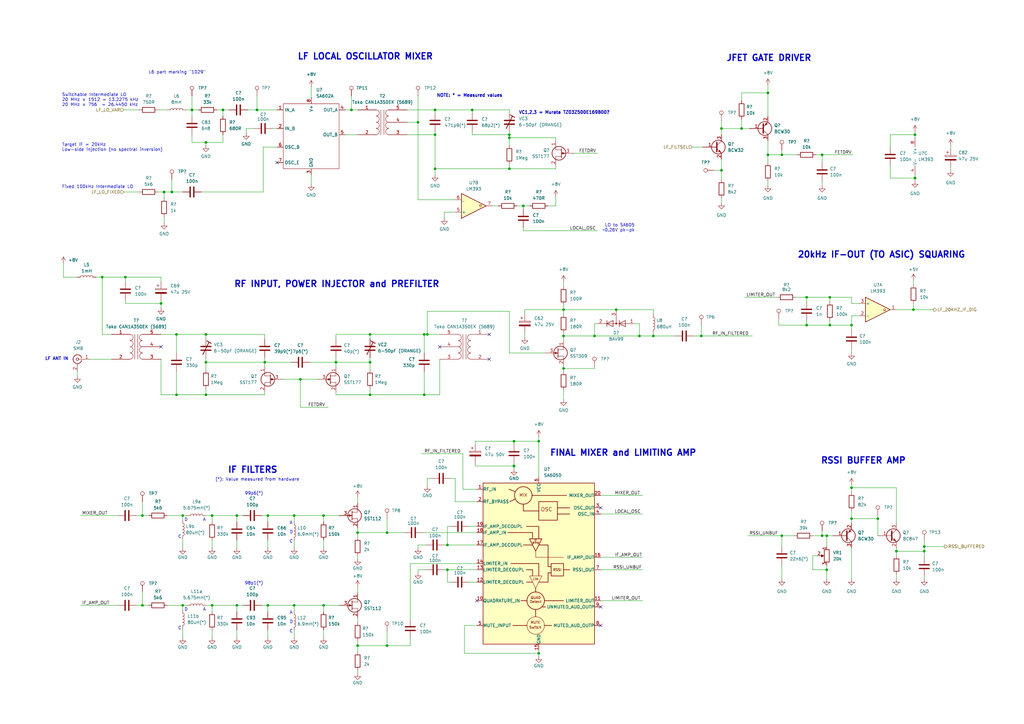
<source format=kicad_sch>
(kicad_sch (version 20211123) (generator eeschema)
  (paper "A3")
  (title_block (title "Datatrak Locator Mk.2 - LF Nav receiver") (date "2022-07-08") (rev "B"))
  (junction (at 375.285 73.025))
  (junction (at 144.145 45.085))
  (junction (at 178.435 69.215))
  (junction (at 78.74 45.085))
  (junction (at 97.155 211.455))
  (junction (at 231.14 151.13))
  (junction (at 208.915 69.215))
  (junction (at 262.255 137.795))
  (junction (at 210.82 180.975))
  (junction (at 231.14 127))
  (junction (at 349.25 212.725))
  (junction (at 109.855 248.285))
  (junction (at 379.095 226.06))
  (junction (at 51.435 113.665))
  (junction (at 58.42 211.455))
  (junction (at 132.715 248.285))
  (junction (at 231.14 137.795))
  (junction (at 66.04 124.46))
  (junction (at 349.25 200.025))
  (junction (at 84.455 148.59))
  (junction (at 67.31 78.74))
  (junction (at 86.995 248.285))
  (junction (at 220.98 180.975))
  (junction (at 330.835 133.35))
  (junction (at 340.36 133.35))
  (junction (at 220.98 267.97))
  (junction (at 151.765 148.59))
  (junction (at 158.75 218.44))
  (junction (at 178.435 55.245))
  (junction (at 41.91 113.665))
  (junction (at 375.285 55.245))
  (junction (at 374.65 127))
  (junction (at 108.585 148.59))
  (junction (at 132.715 211.455))
  (junction (at 58.42 248.285))
  (junction (at 287.655 137.795))
  (junction (at 193.675 45.085))
  (junction (at 340.36 121.92))
  (junction (at 123.19 155.575))
  (junction (at 109.855 211.455))
  (junction (at 84.455 137.16))
  (junction (at 146.685 264.795))
  (junction (at 267.97 137.795))
  (junction (at 151.765 137.16))
  (junction (at 330.835 121.92))
  (junction (at 84.455 58.42))
  (junction (at 337.185 219.71))
  (junction (at 178.435 45.085))
  (junction (at 320.675 219.71))
  (junction (at 367.665 226.06))
  (junction (at 158.75 264.795))
  (junction (at 120.65 211.455))
  (junction (at 295.91 52.705))
  (junction (at 137.795 148.59))
  (junction (at 70.485 78.74))
  (junction (at 339.09 233.68))
  (junction (at 252.73 127))
  (junction (at 72.39 161.925))
  (junction (at 183.515 223.52))
  (junction (at 151.765 161.925))
  (junction (at 91.44 45.085))
  (junction (at 175.26 137.16))
  (junction (at 72.39 137.16))
  (junction (at 120.65 248.285))
  (junction (at 171.45 50.165))
  (junction (at 74.93 248.285))
  (junction (at 214.63 84.455))
  (junction (at 379.095 224.155))
  (junction (at 210.82 191.135))
  (junction (at 360.045 212.725))
  (junction (at 337.185 63.5))
  (junction (at 314.96 38.1))
  (junction (at 183.515 233.68))
  (junction (at 74.93 211.455))
  (junction (at 243.84 137.795))
  (junction (at 173.99 161.925))
  (junction (at 304.165 52.705))
  (junction (at 146.685 218.44))
  (junction (at 208.915 55.245))
  (junction (at 84.455 161.925))
  (junction (at 349.25 133.35))
  (junction (at 339.09 219.71))
  (junction (at 320.675 63.5))
  (junction (at 314.96 63.5))
  (junction (at 295.91 69.85))
  (junction (at 86.995 211.455))
  (junction (at 173.99 137.16))
  (junction (at 105.41 45.085))
  (junction (at 97.155 248.285))
  (junction (at 208.915 56.515))
  (no_connect (at 195.58 246.38))
  (no_connect (at 246.38 248.92))
  (no_connect (at 246.38 208.28))
  (no_connect (at 246.38 256.54))
  (no_connect (at 66.04 142.24))
  (no_connect (at 113.665 66.675))
  (no_connect (at 180.34 142.24))
  (no_connect (at 200.66 137.16))
  (no_connect (at 200.66 147.32))
  (wire (pts (xy 214.63 84.455) (xy 214.63 85.725)))
  (wire (pts (xy 367.665 127) (xy 374.65 127)))
  (wire (pts (xy 146.685 264.795) (xy 146.685 267.335)))
  (wire (pts (xy 97.155 221.615) (xy 97.155 224.79)))
  (wire (pts (xy 146.685 216.535) (xy 146.685 218.44)))
  (wire (pts (xy 151.765 137.16) (xy 137.795 137.16)))
  (wire (pts (xy 26.035 113.665) (xy 31.75 113.665)))
  (wire (pts (xy 180.34 147.32) (xy 180.34 161.925)))
  (wire (pts (xy 74.93 220.98) (xy 74.93 224.79)))
  (wire (pts (xy 287.655 133.35) (xy 287.655 137.795)))
  (wire (pts (xy 132.715 248.285) (xy 139.065 248.285)))
  (wire (pts (xy 208.915 144.78) (xy 208.915 127.635)))
  (wire (pts (xy 243.84 137.795) (xy 262.255 137.795)))
  (wire (pts (xy 349.25 212.725) (xy 349.25 214.63)))
  (wire (pts (xy 84.455 137.16) (xy 108.585 137.16)))
  (wire (pts (xy 167.005 45.085) (xy 178.435 45.085)))
  (wire (pts (xy 183.515 238.76) (xy 183.515 233.68)))
  (wire (pts (xy 174.625 233.68) (xy 171.45 233.68)))
  (wire (pts (xy 295.91 52.705) (xy 304.165 52.705)))
  (wire (pts (xy 58.42 205.74) (xy 58.42 211.455)))
  (wire (pts (xy 295.91 49.53) (xy 295.91 52.705)))
  (wire (pts (xy 186.69 86.995) (xy 182.245 86.995)))
  (wire (pts (xy 146.685 227.965) (xy 146.685 229.235)))
  (wire (pts (xy 367.665 226.06) (xy 367.665 227.965)))
  (wire (pts (xy 208.915 69.215) (xy 208.915 67.31)))
  (wire (pts (xy 389.89 68.58) (xy 389.89 69.85)))
  (wire (pts (xy 36.83 147.32) (xy 45.72 147.32)))
  (wire (pts (xy 84.455 58.42) (xy 84.455 59.69)))
  (wire (pts (xy 105.41 39.37) (xy 105.41 45.085)))
  (wire (pts (xy 320.675 219.71) (xy 325.755 219.71)))
  (wire (pts (xy 306.705 219.71) (xy 320.675 219.71)))
  (wire (pts (xy 231.14 127) (xy 252.73 127)))
  (wire (pts (xy 184.785 196.215) (xy 186.69 196.215)))
  (wire (pts (xy 146.685 240.665) (xy 146.685 243.205)))
  (wire (pts (xy 374.65 127) (xy 382.905 127)))
  (wire (pts (xy 107.95 60.325) (xy 113.665 60.325)))
  (wire (pts (xy 182.245 233.68) (xy 183.515 233.68)))
  (wire (pts (xy 108.585 150.495) (xy 108.585 148.59)))
  (wire (pts (xy 245.11 132.715) (xy 243.84 132.715)))
  (wire (pts (xy 379.095 224.155) (xy 379.095 226.06)))
  (wire (pts (xy 349.25 198.755) (xy 349.25 200.025)))
  (wire (pts (xy 243.84 151.13) (xy 243.84 150.495)))
  (wire (pts (xy 146.685 218.44) (xy 158.75 218.44)))
  (wire (pts (xy 109.855 258.445) (xy 109.855 261.62)))
  (wire (pts (xy 109.855 211.455) (xy 109.855 213.995)))
  (wire (pts (xy 171.45 233.68) (xy 171.45 234.95)))
  (wire (pts (xy 319.405 133.35) (xy 330.835 133.35)))
  (wire (pts (xy 120.65 258.445) (xy 120.65 261.62)))
  (wire (pts (xy 304.165 48.895) (xy 304.165 52.705)))
  (wire (pts (xy 111.76 52.705) (xy 113.665 52.705)))
  (wire (pts (xy 246.38 210.82) (xy 263.525 210.82)))
  (wire (pts (xy 195.58 231.14) (xy 168.275 231.14)))
  (wire (pts (xy 146.685 218.44) (xy 146.685 220.345)))
  (wire (pts (xy 379.095 228.6) (xy 379.095 226.06)))
  (wire (pts (xy 184.785 238.76) (xy 183.515 238.76)))
  (wire (pts (xy 70.485 78.74) (xy 74.93 78.74)))
  (wire (pts (xy 137.795 148.59) (xy 151.765 148.59)))
  (wire (pts (xy 82.55 78.74) (xy 107.95 78.74)))
  (wire (pts (xy 26.035 113.665) (xy 26.035 107.95)))
  (wire (pts (xy 146.685 203.835) (xy 146.685 206.375)))
  (wire (pts (xy 108.585 148.59) (xy 119.38 148.59)))
  (wire (pts (xy 74.93 211.455) (xy 76.835 211.455)))
  (wire (pts (xy 68.58 248.285) (xy 74.93 248.285)))
  (wire (pts (xy 246.38 203.2) (xy 263.525 203.2)))
  (wire (pts (xy 66.04 113.665) (xy 51.435 113.665)))
  (wire (pts (xy 183.515 215.9) (xy 183.515 223.52)))
  (wire (pts (xy 151.765 161.925) (xy 173.99 161.925)))
  (wire (pts (xy 252.73 127) (xy 252.73 127.635)))
  (wire (pts (xy 180.34 161.925) (xy 173.99 161.925)))
  (wire (pts (xy 84.455 161.925) (xy 84.455 159.385)))
  (wire (pts (xy 189.865 200.66) (xy 195.58 200.66)))
  (wire (pts (xy 305.435 121.92) (xy 318.77 121.92)))
  (wire (pts (xy 84.455 211.455) (xy 86.995 211.455)))
  (wire (pts (xy 379.095 236.22) (xy 379.095 237.49)))
  (wire (pts (xy 174.625 223.52) (xy 171.45 223.52)))
  (wire (pts (xy 190.5 256.54) (xy 195.58 256.54)))
  (wire (pts (xy 67.31 78.74) (xy 70.485 78.74)))
  (wire (pts (xy 375.285 71.755) (xy 375.285 73.025)))
  (wire (pts (xy 51.435 115.57) (xy 51.435 113.665)))
  (wire (pts (xy 210.82 182.245) (xy 210.82 180.975)))
  (wire (pts (xy 339.09 219.71) (xy 339.09 224.155)))
  (wire (pts (xy 171.45 81.915) (xy 186.69 81.915)))
  (wire (pts (xy 374.65 114.935) (xy 374.65 116.84)))
  (wire (pts (xy 51.435 124.46) (xy 51.435 123.19)))
  (wire (pts (xy 208.915 69.215) (xy 227.965 69.215)))
  (wire (pts (xy 120.65 248.285) (xy 132.715 248.285)))
  (wire (pts (xy 86.995 248.285) (xy 97.155 248.285)))
  (wire (pts (xy 78.74 58.42) (xy 84.455 58.42)))
  (wire (pts (xy 231.14 160.02) (xy 231.14 163.83)))
  (wire (pts (xy 120.65 221.615) (xy 120.65 224.79)))
  (wire (pts (xy 186.69 196.215) (xy 186.69 205.74)))
  (wire (pts (xy 107.315 211.455) (xy 109.855 211.455)))
  (wire (pts (xy 194.945 189.865) (xy 194.945 191.135)))
  (wire (pts (xy 132.715 258.445) (xy 132.715 261.62)))
  (wire (pts (xy 41.91 113.665) (xy 39.37 113.665)))
  (wire (pts (xy 158.75 212.725) (xy 158.75 218.44)))
  (wire (pts (xy 349.25 124.46) (xy 352.425 124.46)))
  (wire (pts (xy 320.675 63.5) (xy 314.96 63.5)))
  (wire (pts (xy 120.65 211.455) (xy 132.715 211.455)))
  (wire (pts (xy 304.165 38.1) (xy 314.96 38.1)))
  (wire (pts (xy 31.75 152.4) (xy 31.75 154.305)))
  (wire (pts (xy 86.995 248.285) (xy 86.995 250.825)))
  (wire (pts (xy 379.095 224.155) (xy 387.35 224.155)))
  (wire (pts (xy 231.14 127) (xy 231.14 128.905)))
  (wire (pts (xy 84.455 148.59) (xy 84.455 151.765)))
  (wire (pts (xy 91.44 45.085) (xy 93.98 45.085)))
  (wire (pts (xy 334.645 63.5) (xy 337.185 63.5)))
  (wire (pts (xy 295.91 69.85) (xy 295.91 73.66)))
  (wire (pts (xy 67.31 78.74) (xy 67.31 81.28)))
  (wire (pts (xy 50.8 45.085) (xy 57.15 45.085)))
  (wire (pts (xy 227.965 57.785) (xy 227.965 56.515)))
  (wire (pts (xy 173.99 152.4) (xy 173.99 161.925)))
  (wire (pts (xy 349.25 133.35) (xy 349.25 135.255)))
  (wire (pts (xy 267.97 136.525) (xy 267.97 137.795)))
  (wire (pts (xy 168.275 231.14) (xy 168.275 254)))
  (wire (pts (xy 227.965 56.515) (xy 208.915 56.515)))
  (wire (pts (xy 314.96 63.5) (xy 314.96 66.675)))
  (wire (pts (xy 33.02 248.285) (xy 48.26 248.285)))
  (wire (pts (xy 220.98 180.975) (xy 220.98 179.07)))
  (wire (pts (xy 74.93 257.81) (xy 74.93 261.62)))
  (wire (pts (xy 108.585 160.655) (xy 108.585 161.925)))
  (wire (pts (xy 177.165 196.215) (xy 175.26 196.215)))
  (wire (pts (xy 116.205 155.575) (xy 123.19 155.575)))
  (wire (pts (xy 58.42 211.455) (xy 60.96 211.455)))
  (wire (pts (xy 78.74 45.085) (xy 78.74 47.625)))
  (wire (pts (xy 223.52 144.78) (xy 208.915 144.78)))
  (wire (pts (xy 349.25 224.79) (xy 349.25 237.49)))
  (wire (pts (xy 74.93 248.285) (xy 76.835 248.285)))
  (wire (pts (xy 326.39 121.92) (xy 330.835 121.92)))
  (wire (pts (xy 151.765 146.685) (xy 151.765 148.59)))
  (wire (pts (xy 86.995 221.615) (xy 86.995 224.79)))
  (wire (pts (xy 76.2 45.085) (xy 78.74 45.085)))
  (wire (pts (xy 330.835 133.35) (xy 340.36 133.35)))
  (wire (pts (xy 97.155 211.455) (xy 97.155 213.995)))
  (wire (pts (xy 173.355 218.44) (xy 195.58 218.44)))
  (wire (pts (xy 295.91 65.405) (xy 295.91 69.85)))
  (wire (pts (xy 72.39 137.16) (xy 84.455 137.16)))
  (wire (pts (xy 295.91 81.28) (xy 295.91 83.185)))
  (wire (pts (xy 74.93 211.455) (xy 74.93 213.36)))
  (wire (pts (xy 365.125 73.025) (xy 375.285 73.025)))
  (wire (pts (xy 66.04 147.32) (xy 66.04 161.925)))
  (wire (pts (xy 367.665 224.79) (xy 367.665 226.06)))
  (wire (pts (xy 374.65 127) (xy 374.65 124.46)))
  (wire (pts (xy 182.245 86.995) (xy 182.245 89.535)))
  (wire (pts (xy 55.88 248.285) (xy 58.42 248.285)))
  (wire (pts (xy 246.38 228.6) (xy 263.525 228.6)))
  (wire (pts (xy 375.285 55.245) (xy 375.285 56.515)))
  (wire (pts (xy 360.045 212.725) (xy 360.045 219.71)))
  (wire (pts (xy 365.125 60.325) (xy 365.125 55.245)))
  (wire (pts (xy 194.945 191.135) (xy 210.82 191.135)))
  (wire (pts (xy 337.185 74.295) (xy 337.185 76.2)))
  (wire (pts (xy 107.315 248.285) (xy 109.855 248.285)))
  (wire (pts (xy 123.19 167.005) (xy 134.62 167.005)))
  (wire (pts (xy 64.77 45.085) (xy 68.58 45.085)))
  (wire (pts (xy 178.435 45.085) (xy 178.435 46.355)))
  (wire (pts (xy 246.38 246.38) (xy 263.525 246.38)))
  (wire (pts (xy 183.515 233.68) (xy 195.58 233.68)))
  (wire (pts (xy 320.675 231.775) (xy 320.675 237.49)))
  (wire (pts (xy 137.795 160.655) (xy 137.795 161.925)))
  (wire (pts (xy 231.14 125.095) (xy 231.14 127)))
  (wire (pts (xy 100.965 52.705) (xy 104.14 52.705)))
  (wire (pts (xy 168.275 261.62) (xy 168.275 264.795)))
  (wire (pts (xy 146.685 264.795) (xy 158.75 264.795)))
  (wire (pts (xy 304.165 41.275) (xy 304.165 38.1)))
  (wire (pts (xy 267.97 137.795) (xy 276.86 137.795)))
  (wire (pts (xy 349.25 121.92) (xy 349.25 124.46)))
  (wire (pts (xy 210.82 189.865) (xy 210.82 191.135)))
  (wire (pts (xy 227.965 67.945) (xy 227.965 69.215)))
  (wire (pts (xy 137.795 137.16) (xy 137.795 139.065)))
  (wire (pts (xy 231.14 151.13) (xy 231.14 152.4)))
  (wire (pts (xy 375.285 53.975) (xy 375.285 55.245)))
  (wire (pts (xy 339.09 233.68) (xy 333.375 233.68)))
  (wire (pts (xy 212.09 84.455) (xy 214.63 84.455)))
  (wire (pts (xy 367.665 200.025) (xy 349.25 200.025)))
  (wire (pts (xy 349.25 212.725) (xy 360.045 212.725)))
  (wire (pts (xy 214.63 93.345) (xy 214.63 94.615)))
  (wire (pts (xy 337.185 63.5) (xy 349.885 63.5)))
  (wire (pts (xy 109.855 248.285) (xy 109.855 250.825)))
  (wire (pts (xy 183.515 223.52) (xy 195.58 223.52)))
  (wire (pts (xy 224.79 84.455) (xy 227.965 84.455)))
  (wire (pts (xy 120.65 248.285) (xy 120.65 250.825)))
  (wire (pts (xy 41.91 137.16) (xy 41.91 113.665)))
  (wire (pts (xy 340.36 131.445) (xy 340.36 133.35)))
  (wire (pts (xy 349.25 200.025) (xy 349.25 201.93)))
  (wire (pts (xy 330.835 121.92) (xy 330.835 123.825)))
  (wire (pts (xy 108.585 146.685) (xy 108.585 148.59)))
  (wire (pts (xy 144.145 39.37) (xy 144.145 45.085)))
  (wire (pts (xy 367.665 226.06) (xy 379.095 226.06)))
  (wire (pts (xy 339.09 233.68) (xy 339.09 237.49)))
  (wire (pts (xy 193.675 55.245) (xy 193.675 53.975)))
  (wire (pts (xy 178.435 45.085) (xy 193.675 45.085)))
  (wire (pts (xy 120.65 211.455) (xy 120.65 213.995)))
  (wire (pts (xy 144.145 45.085) (xy 146.685 45.085)))
  (wire (pts (xy 192.405 215.9) (xy 195.58 215.9)))
  (wire (pts (xy 141.605 45.085) (xy 144.145 45.085)))
  (wire (pts (xy 208.915 55.245) (xy 193.675 55.245)))
  (wire (pts (xy 33.02 211.455) (xy 48.26 211.455)))
  (wire (pts (xy 86.995 258.445) (xy 86.995 261.62)))
  (wire (pts (xy 340.36 121.92) (xy 349.25 121.92)))
  (wire (pts (xy 141.605 55.245) (xy 146.685 55.245)))
  (wire (pts (xy 295.91 52.705) (xy 295.91 55.245)))
  (wire (pts (xy 194.945 180.975) (xy 194.945 182.245)))
  (wire (pts (xy 151.765 137.16) (xy 173.99 137.16)))
  (wire (pts (xy 260.35 132.715) (xy 262.255 132.715)))
  (wire (pts (xy 84.455 161.925) (xy 108.585 161.925)))
  (wire (pts (xy 190.5 267.97) (xy 190.5 256.54)))
  (wire (pts (xy 231.14 137.795) (xy 243.84 137.795)))
  (wire (pts (xy 86.995 211.455) (xy 97.155 211.455)))
  (wire (pts (xy 231.14 137.795) (xy 231.14 139.7)))
  (wire (pts (xy 66.04 123.19) (xy 66.04 124.46)))
  (wire (pts (xy 101.6 45.085) (xy 105.41 45.085)))
  (wire (pts (xy 127.635 35.56) (xy 127.635 40.005)))
  (wire (pts (xy 132.715 211.455) (xy 139.065 211.455)))
  (wire (pts (xy 171.45 223.52) (xy 171.45 224.79)))
  (wire (pts (xy 78.74 45.085) (xy 81.28 45.085)))
  (wire (pts (xy 193.675 45.085) (xy 208.915 45.085)))
  (wire (pts (xy 84.455 248.285) (xy 86.995 248.285)))
  (wire (pts (xy 146.685 274.955) (xy 146.685 276.225)))
  (wire (pts (xy 339.09 219.71) (xy 341.63 219.71)))
  (wire (pts (xy 74.93 248.285) (xy 74.93 250.19)))
  (wire (pts (xy 375.285 73.025) (xy 375.285 74.295)))
  (wire (pts (xy 167.005 50.165) (xy 171.45 50.165)))
  (wire (pts (xy 231.14 115.57) (xy 231.14 117.475)))
  (wire (pts (xy 66.04 124.46) (xy 51.435 124.46)))
  (wire (pts (xy 84.455 146.685) (xy 84.455 148.59)))
  (wire (pts (xy 78.74 55.245) (xy 78.74 58.42)))
  (wire (pts (xy 367.665 235.585) (xy 367.665 237.49)))
  (wire (pts (xy 220.98 267.97) (xy 190.5 267.97)))
  (wire (pts (xy 58.42 248.285) (xy 60.96 248.285)))
  (wire (pts (xy 330.835 121.92) (xy 340.36 121.92)))
  (wire (pts (xy 78.74 39.37) (xy 78.74 45.085)))
  (wire (pts (xy 201.93 84.455) (xy 204.47 84.455)))
  (wire (pts (xy 208.915 45.085) (xy 208.915 46.355)))
  (wire (pts (xy 337.185 219.71) (xy 339.09 219.71)))
  (wire (pts (xy 246.38 233.68) (xy 263.525 233.68)))
  (wire (pts (xy 243.84 132.715) (xy 243.84 137.795)))
  (wire (pts (xy 184.785 215.9) (xy 183.515 215.9)))
  (wire (pts (xy 330.835 131.445) (xy 330.835 133.35)))
  (wire (pts (xy 151.765 137.16) (xy 151.765 139.065)))
  (wire (pts (xy 137.795 161.925) (xy 151.765 161.925)))
  (wire (pts (xy 320.675 219.71) (xy 320.675 224.155)))
  (wire (pts (xy 267.97 128.905) (xy 267.97 127)))
  (wire (pts (xy 340.36 133.35) (xy 349.25 133.35)))
  (wire (pts (xy 50.8 78.74) (xy 57.15 78.74)))
  (wire (pts (xy 67.31 88.9) (xy 67.31 91.44)))
  (wire (pts (xy 320.675 63.5) (xy 327.025 63.5)))
  (wire (pts (xy 210.82 191.135) (xy 210.82 192.405)))
  (wire (pts (xy 91.44 45.085) (xy 91.44 47.625)))
  (wire (pts (xy 349.25 142.875) (xy 349.25 144.78)))
  (wire (pts (xy 97.155 258.445) (xy 97.155 261.62)))
  (wire (pts (xy 88.9 45.085) (xy 91.44 45.085)))
  (wire (pts (xy 178.435 69.215) (xy 208.915 69.215)))
  (wire (pts (xy 66.04 137.16) (xy 72.39 137.16)))
  (wire (pts (xy 107.95 78.74) (xy 107.95 60.325)))
  (wire (pts (xy 137.795 148.59) (xy 137.795 146.685)))
  (wire (pts (xy 109.855 248.285) (xy 120.65 248.285)))
  (wire (pts (xy 208.915 127.635) (xy 175.26 127.635)))
  (wire (pts (xy 132.715 248.285) (xy 132.715 250.825)))
  (wire (pts (xy 97.155 211.455) (xy 99.695 211.455)))
  (wire (pts (xy 389.89 59.69) (xy 389.89 60.96)))
  (wire (pts (xy 175.26 127.635) (xy 175.26 137.16)))
  (wire (pts (xy 284.48 137.795) (xy 287.655 137.795)))
  (wire (pts (xy 137.795 148.59) (xy 137.795 150.495)))
  (wire (pts (xy 171.45 50.165) (xy 171.45 81.915)))
  (wire (pts (xy 333.375 233.68) (xy 333.375 227.965)))
  (wire (pts (xy 127.635 71.755) (xy 127.635 75.565)))
  (wire (pts (xy 132.715 221.615) (xy 132.715 224.79)))
  (wire (pts (xy 339.09 231.775) (xy 339.09 233.68)))
  (wire (pts (xy 210.82 180.975) (xy 220.98 180.975)))
  (wire (pts (xy 304.165 52.705) (xy 307.34 52.705)))
  (wire (pts (xy 215.265 136.525) (xy 215.265 138.43)))
  (wire (pts (xy 337.185 217.805) (xy 337.185 219.71)))
  (wire (pts (xy 127 148.59) (xy 137.795 148.59)))
  (wire (pts (xy 314.96 57.785) (xy 314.96 63.5)))
  (wire (pts (xy 231.14 151.13) (xy 243.84 151.13)))
  (wire (pts (xy 86.995 211.455) (xy 86.995 213.995)))
  (wire (pts (xy 158.75 259.08) (xy 158.75 264.795)))
  (wire (pts (xy 68.58 211.455) (xy 74.93 211.455)))
  (wire (pts (xy 132.715 211.455) (xy 132.715 213.995)))
  (wire (pts (xy 84.455 148.59) (xy 108.585 148.59)))
  (wire (pts (xy 320.675 61.595) (xy 320.675 63.5)))
  (wire (pts (xy 100.965 52.705) (xy 100.965 54.61)))
  (wire (pts (xy 349.25 129.54) (xy 349.25 133.35)))
  (wire (pts (xy 182.245 223.52) (xy 183.515 223.52)))
  (wire (pts (xy 178.435 69.215) (xy 178.435 71.755)))
  (wire (pts (xy 235.585 62.865) (xy 245.11 62.865)))
  (wire (pts (xy 175.26 137.16) (xy 173.99 137.16)))
  (wire (pts (xy 292.735 69.85) (xy 295.91 69.85)))
  (wire (pts (xy 72.39 137.16) (xy 72.39 144.78)))
  (wire (pts (xy 84.455 58.42) (xy 91.44 58.42)))
  (wire (pts (xy 319.405 130.81) (xy 319.405 133.35)))
  (wire (pts (xy 172.72 186.055) (xy 189.865 186.055)))
  (wire (pts (xy 105.41 45.085) (xy 113.665 45.085)))
  (wire (pts (xy 194.945 180.975) (xy 210.82 180.975)))
  (wire (pts (xy 262.255 132.715) (xy 262.255 137.795)))
  (wire (pts (xy 208.915 53.975) (xy 208.915 55.245)))
  (wire (pts (xy 178.435 55.245) (xy 178.435 69.215)))
  (wire (pts (xy 108.585 137.16) (xy 108.585 139.065)))
  (wire (pts (xy 97.155 248.285) (xy 97.155 250.825)))
  (wire (pts (xy 72.39 161.925) (xy 84.455 161.925)))
  (wire (pts (xy 72.39 152.4) (xy 72.39 161.925)))
  (wire (pts (xy 41.91 137.16) (xy 45.72 137.16)))
  (wire (pts (xy 215.265 127) (xy 231.14 127)))
  (wire (pts (xy 91.44 55.245) (xy 91.44 58.42)))
  (wire (pts (xy 227.965 84.455) (xy 227.965 80.645)))
  (wire (pts (xy 231.14 136.525) (xy 231.14 137.795)))
  (wire (pts (xy 283.845 60.325) (xy 288.29 60.325)))
  (wire (pts (xy 231.14 149.86) (xy 231.14 151.13)))
  (wire (pts (xy 220.98 267.97) (xy 220.98 269.24)))
  (wire (pts (xy 365.125 67.945) (xy 365.125 73.025)))
  (wire (pts (xy 158.75 264.795) (xy 168.275 264.795)))
  (wire (pts (xy 66.04 161.925) (xy 72.39 161.925)))
  (wire (pts (xy 367.665 214.63) (xy 367.665 200.025)))
  (wire (pts (xy 123.19 155.575) (xy 123.19 167.005)))
  (wire (pts (xy 333.375 219.71) (xy 337.185 219.71)))
  (wire (pts (xy 193.675 46.355) (xy 193.675 45.085)))
  (wire (pts (xy 214.63 94.615) (xy 245.11 94.615)))
  (wire (pts (xy 55.88 211.455) (xy 58.42 211.455)))
  (wire (pts (xy 64.77 78.74) (xy 67.31 78.74)))
  (wire (pts (xy 360.045 211.455) (xy 360.045 212.725)))
  (wire (pts (xy 97.155 248.285) (xy 99.695 248.285)))
  (wire (pts (xy 220.98 266.7) (xy 220.98 267.97)))
  (wire (pts (xy 314.96 34.925) (xy 314.96 38.1)))
  (wire (pts (xy 314.96 38.1) (xy 314.96 47.625)))
  (wire (pts (xy 175.26 196.215) (xy 175.26 199.39)))
  (wire (pts (xy 123.19 155.575) (xy 130.175 155.575)))
  (wire (pts (xy 175.26 137.16) (xy 180.34 137.16)))
  (wire (pts (xy 340.36 123.825) (xy 340.36 121.92)))
  (wire (pts (xy 151.765 161.925) (xy 151.765 159.385)))
  (wire (pts (xy 314.96 74.295) (xy 314.96 76.2)))
  (wire (pts (xy 208.915 55.245) (xy 208.915 56.515)))
  (wire (pts (xy 158.75 218.44) (xy 165.735 218.44)))
  (wire (pts (xy 349.25 209.55) (xy 349.25 212.725)))
  (wire (pts (xy 178.435 53.975) (xy 178.435 55.245)))
  (wire (pts (xy 267.97 127) (xy 252.73 127)))
  (wire (pts (xy 208.915 56.515) (xy 208.915 59.69)))
  (wire (pts (xy 171.45 39.37) (xy 171.45 50.165)))
  (wire (pts (xy 186.69 205.74) (xy 195.58 205.74)))
  (wire (pts (xy 146.685 253.365) (xy 146.685 255.27)))
  (wire (pts (xy 287.655 137.795) (xy 308.61 137.795)))
  (wire (pts (xy 51.435 113.665) (xy 41.91 113.665)))
  (wire (pts (xy 262.255 137.795) (xy 267.97 137.795)))
  (wire (pts (xy 214.63 84.455) (xy 217.17 84.455)))
  (wire (pts (xy 109.855 211.455) (xy 120.65 211.455)))
  (wire (pts (xy 352.425 129.54) (xy 349.25 129.54)))
  (wire (pts (xy 58.42 242.57) (xy 58.42 248.285)))
  (wire (pts (xy 379.095 221.615) (xy 379.095 224.155)))
  (wire (pts (xy 337.185 63.5) (xy 337.185 66.675)))
  (wire (pts (xy 151.765 148.59) (xy 151.765 151.765)))
  (wire (pts (xy 220.98 180.975) (xy 220.98 195.58)))
  (wire (pts (xy 189.865 186.055) (xy 189.865 200.66)))
  (wire (pts (xy 146.685 262.89) (xy 146.685 264.795)))
  (wire (pts (xy 66.04 115.57) (xy 66.04 113.665)))
  (wire (pts (xy 192.405 238.76) (xy 195.58 238.76)))
  (wire (pts (xy 178.435 55.245) (xy 167.005 55.245)))
  (wire (pts (xy 84.455 137.16) (xy 84.455 139.065)))
  (wire (pts (xy 109.855 221.615) (xy 109.855 224.79)))
  (wire (pts (xy 66.04 124.46) (xy 66.04 126.365)))
  (wire (pts (xy 333.375 227.965) (xy 335.28 227.965)))
  (wire (pts (xy 70.485 73.66) (xy 70.485 78.74)))
  (wire (pts (xy 215.265 127) (xy 215.265 128.905)))
  (wire (pts (xy 365.125 55.245) (xy 375.285 55.245)))
  (wire (pts (xy 173.99 137.16) (xy 173.99 144.78)))
  (text "RSSI BUFFER AMP" (at 336.55 190.5 0) (effects (font (size 2.54 2.54) bold) (justify left bottom)))
  (text "D" (at 118.745 255.905 0) (effects (font (size 1.27 1.27)) (justify left bottom)))
  (text "VC1,2,3 = Murata TZ03Z500E169B00?" (at 212.725 46.99 0) (effects (font (size 1.27 1.27) bold) (justify left bottom)))
  (text "NOTE: * = Measured values" (at 179.07 40.005 0) (effects (font (size 1.27 1.27) bold) (justify left bottom)))
  (text "20kHz IF-OUT (TO ASIC) SQUARING" (at 327.025 106.045 0) (effects (font (size 2.54 2.54) bold) (justify left bottom)))
  (text "LF ANT IN" (at 18.415 147.955 0) (effects (font (size 1.27 1.27) (thickness 0.254) bold) (justify left bottom)))
  (text "A" (at 83.185 250.825 0) (effects (font (size 1.27 1.27)) (justify left bottom)))
  (text "A" (at 118.745 215.265 0) (effects (font (size 1.27 1.27)) (justify left bottom)))
  (text "Target IF = 20kHz\nLow-side injection (no spectral inversion)" (at 25.4 62.23 0) (effects (font (size 1.27 1.27)) (justify left bottom)))
  (text "IF FILTERS" (at 93.345 194.31 0) (effects (font (size 2.54 2.54) bold) (justify left bottom)))
  (text "C" (at 118.745 222.885 0) (effects (font (size 1.27 1.27)) (justify left bottom)))
  (text "D" (at 75.565 213.995 0) (effects (font (size 1.27 1.27)) (justify left bottom)))
  (text "RF INPUT, POWER INJECTOR and PREFILTER" (at 95.885 118.11 0) (effects (font (size 2.54 2.54) bold) (justify left bottom)))
  (text "(*): Value measured from hardware" (at 88.265 197.485 0) (effects (font (size 1.27 1.27)) (justify left bottom)))
  (text "A" (at 83.185 213.995 0) (effects (font (size 1.27 1.27)) (justify left bottom)))
  (text "98p1(*)" (at 100.33 240.03 0) (effects (font (size 1.27 1.27)) (justify left bottom)))
  (text "99p6(*)" (at 100.33 203.2 0) (effects (font (size 1.27 1.27)) (justify left bottom)))
  (text "C" (at 73.025 220.98 0) (effects (font (size 1.27 1.27)) (justify left bottom)))
  (text "L6 part marking \"1029\"" (at 60.96 30.48 0) (effects (font (size 1.27 1.27)) (justify left bottom)))
  (text "JFET GATE DRIVER" (at 297.815 25.4 0) (effects (font (size 2.54 2.54) bold) (justify left bottom)))
  (text "LF LOCAL OSCILLATOR MIXER" (at 121.92 24.765 0) (effects (font (size 2.54 2.54) bold) (justify left bottom)))
  (text "C" (at 118.745 259.715 0) (effects (font (size 1.27 1.27)) (justify left bottom)))
  (text "C" (at 73.025 258.445 0) (effects (font (size 1.27 1.27)) (justify left bottom)))
  (text "D" (at 118.745 219.075 0) (effects (font (size 1.27 1.27)) (justify left bottom)))
  (text "FINAL MIXER and LIMITING AMP" (at 225.425 187.325 0) (effects (font (size 2.54 2.54) bold) (justify left bottom)))
  (text "A" (at 118.745 252.095 0) (effects (font (size 1.27 1.27)) (justify left bottom)))
  (text "Switchable Intermediate LO\n20 MHz ÷ 1512 = 13.2275 kHz\n20 MHz ÷ 756  = 26.4450 kHz" (at 25.4 43.815 0) (effects (font (size 1.27 1.27)) (justify left bottom)))
  (text "D" (at 75.565 250.825 0) (effects (font (size 1.27 1.27)) (justify left bottom)))
  (text "Fixed 100kHz Intermediate LO" (at 25.4 77.47 0) (effects (font (size 1.27 1.27)) (justify left bottom)))
  (text "LO to SA605\n~0.26V pk-pk" (at 260.35 95.25 180) (effects (font (size 1.27 1.27)) (justify right bottom)))
  (label "LOCAL_OSC" (at 233.68 94.615 0))
  (label "RSSI_UNBUF" (at 307.34 219.71 0))
  (label "MIXER_OUT" (at 33.655 211.455 0))
  (label "RF_IN_FILTERED" (at 292.1 137.795 0))
  (label "FETDRV" (at 237.49 62.865 0))
  (label "RF_IN_FILTERED" (at 173.99 186.055 0))
  (label "LIMITER_OUT" (at 306.07 121.92 0))
  (label "RSSI_UNBUF" (at 251.46 233.68 0))
  (label "FETDRV" (at 342.265 63.5 0))
  (label "IF_AMP_OUT" (at 252.095 228.6 0))
  (label "IF_AMP_OUT" (at 33.655 248.285 0))
  (label "LOCAL_OSC" (at 252.095 210.82 0))
  (label "FETDRV" (at 126.365 167.005 0))
  (label "MIXER_OUT" (at 252.095 203.2 0))
  (label "LIMITER_OUT" (at 250.825 246.38 0))
  (hierarchical_label "LF_FILTSEL" (shape input) (at 283.845 60.325 180))
  (hierarchical_label "LF_20KHZ_IF_DIG" (shape output) (at 382.905 127 0))
  (hierarchical_label "LF_LO_VAR" (shape input) (at 50.8 45.085 180))
  (hierarchical_label "RSSI_BUFFERED" (shape output) (at 387.35 224.155 0))
  (hierarchical_label "LF_LO_FIXED" (shape input) (at 50.8 78.74 180))
  (symbol (lib_id "Comparator:LM393") (at 360.045 127 0) (unit 1)
    (property "Reference" "U?" (at 360.045 116.84 0))
    (property "Value" "LM393" (at 360.045 119.38 0))
    (property "Datasheet" "http://www.ti.com/lit/ds/symlink/lm393.pdf" (effects hide))
  )
  (symbol (lib_id "power:GND") (at 349.25 237.49 0) (unit 1)
    (property "Reference" "#PWR?" (effects hide))
    (property "Value" "GND" (at 349.25 242.57 0))
  )
  (symbol (lib_id "power:+8V") (at 389.89 59.69 0) (unit 1)
    (property "Reference" "#PWR?" (effects hide))
    (property "Value" "+8V" (at 389.89 54.61 0))
  )
  (symbol (lib_id "Device:R") (at 91.44 51.435 0) (unit 1)
    (property "Reference" "R?" (at 93.98 50.1649 0) (effects (justify left)))
    (property "Value" "680R" (at 93.98 52.7049 0) (effects (justify left)))
  )
  (symbol (lib_id "Device:R") (at 67.31 85.09 0) (unit 1)
    (property "Reference" "R?" (at 69.85 83.8199 0) (effects (justify left)))
    (property "Value" "1k" (at 69.85 86.3599 0) (effects (justify left)))
  )
  (symbol (lib_id "Connector:TestPoint") (at 105.41 39.37 0) (unit 1)
    (property "Reference" "TP?" (at 107.315 36.0679 0) (effects (justify left)))
    (property "Value" "TestPoint" (effects hide))
  )
  (symbol (lib_id "Device:L") (at 74.93 254 0) (unit 1)
    (property "Reference" "L11b" (at 76.835 252.7299 0) (effects (justify left)))
    (property "Value" "80uH(*)" (at 76.835 255.2699 0) (effects (justify left)))
  )
  (symbol (lib_id "power:GND") (at 295.91 83.185 0) (unit 1)
    (property "Reference" "#PWR?" (effects hide))
    (property "Value" "GND" (at 295.91 88.265 0))
  )
  (symbol (lib_id "Device:R") (at 64.77 211.455 90) (unit 1)
    (property "Reference" "R?" (at 64.77 205.74 90))
    (property "Value" "5k6" (at 64.77 208.28 90))
  )
  (symbol (lib_id "Device:C") (at 52.07 248.285 90) (unit 1)
    (property "Reference" "C?" (at 52.07 241.3 90))
    (property "Value" "100n" (at 52.07 243.84 90))
  )
  (symbol (lib_id "power:GND") (at 379.095 237.49 0) (unit 1)
    (property "Reference" "#PWR?" (effects hide))
    (property "Value" "GND" (at 379.095 242.57 0))
  )
  (symbol (lib_id "Device:C") (at 188.595 238.76 90) (unit 1)
    (property "Reference" "C?" (at 188.595 233.045 90))
    (property "Value" "100n" (at 188.595 234.95 90))
  )
  (symbol (lib_id "Device:R") (at 146.685 271.145 0) (unit 1)
    (property "Reference" "R?" (at 149.225 269.8749 0) (effects (justify left)))
    (property "Value" "2k" (at 149.225 272.4149 0) (effects (justify left)))
  )
  (symbol (lib_id "Device:Q_NJFET_DSG") (at 144.145 248.285 0) (unit 1)
    (property "Reference" "Q?" (at 149.225 247.0149 0) (effects (justify left)))
    (property "Value" "SST112" (at 149.225 249.5549 0) (effects (justify left)))
  )
  (symbol (lib_id "Device:C") (at 210.82 186.055 0) (unit 1)
    (property "Reference" "C?" (at 214.63 184.7849 0) (effects (justify left)))
    (property "Value" "100n" (at 214.63 187.3249 0) (effects (justify left)))
  )
  (symbol (lib_id "power:GND") (at 109.855 224.79 0) (unit 1)
    (property "Reference" "#PWR?" (effects hide))
    (property "Value" "GND" (at 109.855 228.6 0))
  )
  (symbol (lib_id "power:+8V") (at 127.635 35.56 0) (unit 1)
    (property "Reference" "#PWR?" (effects hide))
    (property "Value" "+8V" (at 127.635 30.48 0))
  )
  (symbol (lib_id "Connector:TestPoint") (at 379.095 221.615 0) (unit 1)
    (property "Reference" "TP13" (at 381 218.3129 0) (effects (justify left)))
    (property "Value" "TestPoint" (effects hide))
  )
  (symbol (lib_id "power:GND") (at 171.45 234.95 0) (unit 1)
    (property "Reference" "#PWR?" (effects hide))
    (property "Value" "GND" (at 171.45 238.76 0))
  )
  (symbol (lib_id "Device:C") (at 365.125 64.135 0) (unit 1)
    (property "Reference" "C?" (at 368.935 62.8649 0) (effects (justify left)))
    (property "Value" "100n" (at 368.935 65.4049 0) (effects (justify left)))
  )
  (symbol (lib_id "power:+8V") (at 314.96 34.925 0) (unit 1)
    (property "Reference" "#PWR?" (effects hide))
    (property "Value" "+8V" (at 314.96 29.845 0))
  )
  (symbol (lib_id "power:+8V") (at 227.965 80.645 0) (unit 1)
    (property "Reference" "#PWR?" (effects hide))
    (property "Value" "+8V" (at 227.965 75.565 0))
  )
  (symbol (lib_id "Connector:TestPoint") (at 58.42 242.57 0) (unit 1)
    (property "Reference" "TP?" (at 60.96 239.2679 0) (effects (justify left)))
    (property "Value" "TestPoint" (effects hide))
  )
  (symbol (lib_id "Device:L") (at 80.645 248.285 90) (unit 1)
    (property "Reference" "L11a" (at 80.645 242.57 90))
    (property "Value" "5.675mH(*)" (at 80.645 245.11 90))
  )
  (symbol (lib_id "Connector:TestPoint") (at 320.675 61.595 0) (unit 1)
    (property "Reference" "TP?" (at 323.215 58.2929 0) (effects (justify left)))
    (property "Value" "TestPoint" (effects hide))
  )
  (symbol (lib_id "Connector:TestPoint") (at 158.75 212.725 0) (unit 1)
    (property "Reference" "TP8" (at 160.655 209.4229 0) (effects (justify left)))
    (property "Value" "TestPoint" (effects hide))
  )
  (symbol (lib_id "Device:Transformer_1P_SS") (at 55.88 142.24 0) (unit 1)
    (property "Reference" "T?" (at 55.8927 131.445 0))
    (property "Value" "Toko CAN1A350EK (5689)" (at 55.8927 133.985 0))
  )
  (symbol (lib_id "LocatorMk2:SA602A") (at 125.095 42.545 0) (unit 1)
    (property "Reference" "U?" (at 129.6544 36.83 0) (effects (justify left)))
    (property "Value" "SA602A" (at 129.6544 39.37 0) (effects (justify left)))
  )
  (symbol (lib_id "Device:C") (at 214.63 89.535 0) (unit 1)
    (property "Reference" "C?" (at 218.44 88.2649 0) (effects (justify left)))
    (property "Value" "100n" (at 218.44 90.8049 0) (effects (justify left)))
  )
  (symbol (lib_id "Device:Transformer_1P_SS") (at 156.845 50.165 0) (unit 1)
    (property "Reference" "T2" (at 156.8577 39.37 0))
    (property "Value" "Toko CAN1A350EK (5689)" (at 156.8577 41.91 0))
  )
  (symbol (lib_id "power:GND") (at 86.995 261.62 0) (unit 1)
    (property "Reference" "#PWR?" (effects hide))
    (property "Value" "GND" (at 86.995 265.43 0))
  )
  (symbol (lib_id "power:GND") (at 74.93 261.62 0) (unit 1)
    (property "Reference" "#PWR?" (effects hide))
    (property "Value" "GND" (at 74.93 265.43 0))
  )
  (symbol (lib_id "power:+8V") (at 146.685 203.835 0) (unit 1)
    (property "Reference" "#PWR?" (effects hide))
    (property "Value" "+8V" (at 146.685 199.39 0))
  )
  (symbol (lib_id "Device:C") (at 168.275 257.81 180) (unit 1)
    (property "Reference" "C?" (at 172.085 256.5399 0) (effects (justify right)))
    (property "Value" "100n" (at 172.085 259.0799 0) (effects (justify right)))
  )
  (symbol (lib_id "Device:R_Potentiometer") (at 339.09 227.965 0) (mirror y) (unit 1)
    (property "Reference" "VR1" (at 341.63 226.6949 0) (effects (justify right)))
    (property "Value" "20k" (at 341.63 229.2349 0) (effects (justify right)))
  )
  (symbol (lib_id "Device:C") (at 109.855 254.635 0) (unit 1)
    (property "Reference" "C95" (at 113.665 253.3649 0) (effects (justify left)))
    (property "Value" "10n" (at 113.665 255.9049 0) (effects (justify left)))
  )
  (symbol (lib_id "power:GND") (at 100.965 54.61 0) (unit 1)
    (property "Reference" "#PWR?" (effects hide))
    (property "Value" "GND" (at 100.965 59.055 0))
  )
  (symbol (lib_id "Device:Q_NJFET_DSG") (at 228.6 144.78 0) (unit 1)
    (property "Reference" "Q?" (at 233.68 143.5099 0) (effects (justify left)))
    (property "Value" "SST309" (at 233.68 146.0499 0) (effects (justify left)))
  )
  (symbol (lib_id "Connector:TestPoint") (at 70.485 73.66 0) (unit 1)
    (property "Reference" "TP?" (at 73.025 70.3579 0) (effects (justify left)))
    (property "Value" "TestPoint" (effects hide))
  )
  (symbol (lib_id "power:GND") (at 97.155 224.79 0) (unit 1)
    (property "Reference" "#PWR?" (effects hide))
    (property "Value" "GND" (at 97.155 228.6 0))
  )
  (symbol (lib_id "Connector:TestPoint") (at 287.655 133.35 0) (unit 1)
    (property "Reference" "TP6" (at 289.56 130.0479 0) (effects (justify left)))
    (property "Value" "TestPoint" (effects hide))
  )
  (symbol (lib_id "power:+8V") (at 220.98 179.07 0) (unit 1)
    (property "Reference" "#PWR?" (effects hide))
    (property "Value" "+8V" (at 220.98 173.99 0))
  )
  (symbol (lib_id "Device:C_Polarized") (at 215.265 132.715 0) (unit 1)
    (property "Reference" "C62" (at 219.075 130.5559 0) (effects (justify left)))
    (property "Value" "47u 25V" (at 219.075 133.0959 0) (effects (justify left)))
  )
  (symbol (lib_id "Device:C") (at 173.99 148.59 0) (mirror y) (unit 1)
    (property "Reference" "C?" (at 170.18 147.3199 0) (effects (justify left)))
    (property "Value" "330p" (at 170.18 149.8599 0) (effects (justify left)))
  )
  (symbol (lib_id "Device:R") (at 349.25 205.74 0) (unit 1)
    (property "Reference" "R?" (at 351.79 204.4699 0) (effects (justify left)))
    (property "Value" "82k" (at 351.79 207.0099 0) (effects (justify left)))
  )
  (symbol (lib_id "Device:L") (at 267.97 132.715 0) (unit 1)
    (property "Reference" "L8" (at 269.24 131.4449 0) (effects (justify left)))
    (property "Value" "680uH" (at 269.24 133.9849 0) (effects (justify left)))
  )
  (symbol (lib_id "Device:L") (at 35.56 113.665 90) (unit 1)
    (property "Reference" "L5" (at 35.56 108.585 90))
    (property "Value" "1mH" (at 35.56 111.125 90))
  )
  (symbol (lib_id "Device:C") (at 137.795 142.875 0) (unit 1)
    (property "Reference" "C?" (at 140.97 141.6049 0) (effects (justify left)))
    (property "Value" "40p(*)" (at 140.97 144.1449 0) (effects (justify left)))
  )
  (symbol (lib_id "power:GND") (at 178.435 71.755 0) (unit 1)
    (property "Reference" "#PWR?" (effects hide))
    (property "Value" "GND" (at 178.435 76.2 0))
  )
  (symbol (lib_id "RF_AM_FM:SA605D") (at 220.98 220.98 0) (unit 1)
    (property "Reference" "U?" (at 222.9994 192.405 0) (effects (justify left)))
    (property "Value" "SA605D" (at 222.9994 194.945 0) (effects (justify left)))
    (property "Footprint" "Package_SO:SO-20_12.8x7.5mm_P1.27mm" (effects hide))
    (property "Datasheet" "https://www.nxp.com/docs/en/data-sheet/SA605.pdf" (effects hide))
  )
  (symbol (lib_id "Device:R") (at 60.96 45.085 90) (unit 1)
    (property "Reference" "R?" (at 60.96 39.37 90))
    (property "Value" "750R" (at 60.96 41.91 90))
  )
  (symbol (lib_id "Device:C") (at 193.675 50.165 0) (unit 1)
    (property "Reference" "C?" (at 197.485 48.8949 0) (effects (justify left)))
    (property "Value" "68p2(*)" (at 197.485 51.4349 0) (effects (justify left)))
  )
  (symbol (lib_id "Connector:TestPoint") (at 144.145 39.37 0) (unit 1)
    (property "Reference" "TP11" (at 146.05 36.0679 0) (effects (justify left)))
    (property "Value" "TestPoint" (effects hide))
  )
  (symbol (lib_id "Device:C") (at 178.435 50.165 0) (unit 1)
    (property "Reference" "C?" (at 182.245 48.8949 0) (effects (justify left)))
    (property "Value" "471p9(*)" (at 182.245 51.4349 0) (effects (justify left)))
  )
  (symbol (lib_id "Device:R") (at 322.58 121.92 90) (unit 1)
    (property "Reference" "R?" (at 322.58 116.84 90))
    (property "Value" "8k2" (at 322.58 118.745 90))
  )
  (symbol (lib_id "power:GND") (at 132.715 224.79 0) (unit 1)
    (property "Reference" "#PWR?" (effects hide))
    (property "Value" "GND" (at 132.715 228.6 0))
  )
  (symbol (lib_id "Device:R") (at 231.14 156.21 0) (unit 1)
    (property "Reference" "R?" (at 233.68 154.9399 0) (effects (justify left)))
    (property "Value" "180R" (at 233.68 157.4799 0) (effects (justify left)))
  )
  (symbol (lib_id "Connector:TestPoint") (at 78.74 39.37 0) (unit 1)
    (property "Reference" "TP?" (at 81.28 36.0679 0) (effects (justify left)))
    (property "Value" "TestPoint" (effects hide))
  )
  (symbol (lib_id "Device:R") (at 231.14 121.285 0) (unit 1)
    (property "Reference" "R?" (at 233.68 120.0149 0) (effects (justify left)))
    (property "Value" "100R" (at 233.68 122.5549 0) (effects (justify left)))
  )
  (symbol (lib_id "Device:R") (at 146.685 259.08 0) (unit 1)
    (property "Reference" "R?" (at 148.59 257.8099 0) (effects (justify left)))
    (property "Value" "150k" (at 148.59 260.3499 0) (effects (justify left)))
  )
  (symbol (lib_id "power:GND") (at 132.715 261.62 0) (unit 1)
    (property "Reference" "#PWR?" (effects hide))
    (property "Value" "GND" (at 132.715 265.43 0))
  )
  (symbol (lib_id "power:GND") (at 337.185 76.2 0) (unit 1)
    (property "Reference" "#PWR?" (effects hide))
    (property "Value" "GND" (at 337.185 81.28 0))
  )
  (symbol (lib_id "Device:C_Trim") (at 84.455 142.875 0) (unit 1)
    (property "Reference" "VC3" (at 87.63 141.3509 0) (effects (justify left)))
    (property "Value" "6-50pF (ORANGE)" (at 87.63 143.8909 0) (effects (justify left)))
    (property "PartNumber" "TZ03Z500E169B00" (effects hide))
    (property "Manufacturer" "Murata" (effects hide))
  )
  (symbol (lib_id "Comparator:LM393") (at 194.31 84.455 0) (mirror x) (unit 2)
    (property "Reference" "U?" (at 194.31 74.93 0))
    (property "Value" "LM393" (at 194.31 77.47 0))
    (property "Datasheet" "http://www.ti.com/lit/ds/symlink/lm393.pdf" (effects hide))
  )
  (symbol (lib_id "Device:C") (at 51.435 119.38 0) (unit 1)
    (property "Reference" "C?" (at 55.245 118.1099 0) (effects (justify left)))
    (property "Value" "100n" (at 55.245 120.6499 0) (effects (justify left)))
  )
  (symbol (lib_id "Device:C") (at 72.39 148.59 0) (unit 1)
    (property "Reference" "C?" (at 76.2 147.3199 0) (effects (justify left)))
    (property "Value" "330p" (at 76.2 149.8599 0) (effects (justify left)))
  )
  (symbol (lib_id "Device:Transformer_1P_SS") (at 190.5 142.24 0) (mirror y) (unit 1)
    (property "Reference" "T?" (at 190.4873 131.445 0))
    (property "Value" "Toko CAN1A350EK (5689)" (at 190.4873 133.985 0))
  )
  (symbol (lib_id "power:GND") (at 146.685 276.225 0) (unit 1)
    (property "Reference" "#PWR?" (effects hide))
    (property "Value" "GND" (at 146.685 280.035 0))
  )
  (symbol (lib_id "Device:C") (at 178.435 233.68 90) (unit 1)
    (property "Reference" "C?" (at 178.435 227.965 90))
    (property "Value" "100n" (at 178.435 229.87 90))
  )
  (symbol (lib_id "power:GND") (at 339.09 237.49 0) (unit 1)
    (property "Reference" "#PWR?" (effects hide))
    (property "Value" "GND" (at 339.09 242.57 0))
  )
  (symbol (lib_id "Device:R") (at 367.665 231.775 0) (unit 1)
    (property "Reference" "R?" (at 370.205 230.5049 0) (effects (justify left)))
    (property "Value" "10k" (at 370.205 233.0449 0) (effects (justify left)))
  )
  (symbol (lib_id "power:GND") (at 74.93 224.79 0) (unit 1)
    (property "Reference" "#PWR?" (effects hide))
    (property "Value" "GND" (at 74.93 228.6 0))
  )
  (symbol (lib_id "power:GND") (at 349.25 144.78 0) (unit 1)
    (property "Reference" "#PWR?" (effects hide))
    (property "Value" "GND" (at 349.25 149.225 0))
  )
  (symbol (lib_id "power:GND") (at 86.995 224.79 0) (unit 1)
    (property "Reference" "#PWR?" (effects hide))
    (property "Value" "GND" (at 86.995 228.6 0))
  )
  (symbol (lib_id "Device:C") (at 180.975 196.215 90) (unit 1)
    (property "Reference" "C?" (at 180.975 189.23 90))
    (property "Value" "100n" (at 180.975 191.77 90))
  )
  (symbol (lib_id "Device:C") (at 109.855 217.805 0) (unit 1)
    (property "Reference" "C66" (at 113.665 216.5349 0) (effects (justify left)))
    (property "Value" "10n" (at 113.665 219.0749 0) (effects (justify left)))
  )
  (symbol (lib_id "power:+8V") (at 349.25 198.755 0) (unit 1)
    (property "Reference" "#PWR?" (effects hide))
    (property "Value" "+8V" (at 349.25 193.675 0))
  )
  (symbol (lib_id "power:GND") (at 97.155 261.62 0) (unit 1)
    (property "Reference" "#PWR?" (effects hide))
    (property "Value" "GND" (at 97.155 265.43 0))
  )
  (symbol (lib_id "power:GND") (at 210.82 192.405 0) (unit 1)
    (property "Reference" "#PWR?" (effects hide))
    (property "Value" "GND" (at 210.82 196.215 0))
  )
  (symbol (lib_id "Device:R") (at 146.685 224.155 0) (unit 1)
    (property "Reference" "R?" (at 149.225 222.8849 0) (effects (justify left)))
    (property "Value" "2k" (at 149.225 225.4249 0) (effects (justify left)))
  )
  (symbol (lib_id "Device:C_Trim") (at 151.765 142.875 0) (unit 1)
    (property "Reference" "VC2" (at 154.94 141.3509 0) (effects (justify left)))
    (property "Value" "6-50pF (ORANGE)" (at 154.94 143.8909 0) (effects (justify left)))
    (property "PartNumber" "TZ03Z500E169B00" (effects hide))
    (property "Manufacturer" "Murata" (effects hide))
  )
  (symbol (lib_id "Device:R") (at 374.65 120.65 0) (unit 1)
    (property "Reference" "R?" (at 377.19 119.3799 0) (effects (justify left)))
    (property "Value" "10k" (at 377.19 121.9199 0) (effects (justify left)))
  )
  (symbol (lib_id "Device:C") (at 108.585 142.875 0) (unit 1)
    (property "Reference" "C?" (at 112.395 141.6049 0) (effects (justify left)))
    (property "Value" "39p9(*)" (at 112.395 144.1449 0) (effects (justify left)))
  )
  (symbol (lib_id "power:+8V") (at 146.685 240.665 0) (unit 1)
    (property "Reference" "#PWR?" (effects hide))
    (property "Value" "+8V" (at 146.685 236.22 0))
  )
  (symbol (lib_id "Device:L") (at 120.65 217.805 0) (unit 1)
    (property "Reference" "L10" (at 121.92 216.5349 0) (effects (justify left)))
    (property "Value" "6.9mH(*)" (at 121.92 219.0749 0) (effects (justify left)))
  )
  (symbol (lib_id "power:GND") (at 175.26 199.39 0) (unit 1)
    (property "Reference" "#PWR?" (effects hide))
    (property "Value" "GND" (at 175.26 203.2 0))
  )
  (symbol (lib_id "power:+8V") (at 26.035 107.95 0) (unit 1)
    (property "Reference" "#PWR?" (effects hide))
    (property "Value" "+8V" (at 27.94 106.6799 0) (effects (justify left)))
  )
  (symbol (lib_id "Device:R") (at 85.09 45.085 90) (unit 1)
    (property "Reference" "R?" (at 85.09 39.37 90))
    (property "Value" "33k" (at 85.09 41.91 90))
  )
  (symbol (lib_id "Device:C_Polarized") (at 194.945 186.055 0) (unit 1)
    (property "Reference" "C?" (at 198.755 183.8959 0) (effects (justify left)))
    (property "Value" "47u 50V" (at 198.755 186.4359 0) (effects (justify left)))
  )
  (symbol (lib_id "Device:R") (at 151.765 155.575 0) (unit 1)
    (property "Reference" "R?" (at 153.67 154.3049 0) (effects (justify left)))
    (property "Value" "1Meg" (at 153.67 156.8449 0) (effects (justify left)))
  )
  (symbol (lib_id "Device:Q_NJFET_DSG") (at 144.145 211.455 0) (unit 1)
    (property "Reference" "Q?" (at 149.225 210.1849 0) (effects (justify left)))
    (property "Value" "SST112" (at 149.225 212.7249 0) (effects (justify left)))
  )
  (symbol (lib_id "Device:C") (at 123.19 148.59 90) (unit 1)
    (property "Reference" "C?" (at 123.19 141.605 90))
    (property "Value" "7p6(*)" (at 123.19 144.145 90))
  )
  (symbol (lib_id "Device:R") (at 304.165 45.085 0) (unit 1)
    (property "Reference" "R?" (at 306.07 43.8149 0) (effects (justify left)))
    (property "Value" "10k" (at 306.07 46.3549 0) (effects (justify left)))
  )
  (symbol (lib_id "power:+5V") (at 374.65 114.935 0) (unit 1)
    (property "Reference" "#PWR?" (effects hide))
    (property "Value" "+5V" (at 374.65 110.49 0))
  )
  (symbol (lib_id "power:GND") (at 231.14 163.83 0) (unit 1)
    (property "Reference" "#PWR?" (effects hide))
    (property "Value" "GND" (at 231.14 168.275 0))
  )
  (symbol (lib_id "Device:R") (at 86.995 217.805 0) (unit 1)
    (property "Reference" "R?" (at 88.9 216.5349 0) (effects (justify left)))
    (property "Value" "330k" (at 88.9 219.0749 0) (effects (justify left)))
  )
  (symbol (lib_id "Device:R") (at 329.565 219.71 90) (unit 1)
    (property "Reference" "R?" (at 329.565 213.995 90))
    (property "Value" "39k" (at 329.565 216.535 90))
  )
  (symbol (lib_id "Connector:TestPoint") (at 243.84 150.495 0) (unit 1)
    (property "Reference" "TP?" (at 246.38 147.1929 0) (effects (justify left)))
    (property "Value" "TestPoint" (effects hide))
  )
  (symbol (lib_id "power:GND") (at 120.65 261.62 0) (unit 1)
    (property "Reference" "#PWR?" (effects hide))
    (property "Value" "GND" (at 120.65 265.43 0))
  )
  (symbol (lib_id "Transistor_BJT:BC847") (at 365.125 219.71 0) (unit 1)
    (property "Reference" "Q?" (at 370.205 218.4399 0) (effects (justify left)))
    (property "Value" "BC847" (at 370.205 220.9799 0) (effects (justify left)))
    (property "Footprint" "Package_TO_SOT_SMD:SOT-23" (effects hide))
    (property "Datasheet" "http://www.infineon.com/dgdl/Infineon-BC847SERIES_BC848SERIES_BC849SERIES_BC850SERIES-DS-v01_01-en.pdf?fileId=db3a304314dca389011541d4630a1657" (effects hide))
  )
  (symbol (lib_id "power:GND") (at 31.75 154.305 0) (unit 1)
    (property "Reference" "#PWR?" (effects hide))
    (property "Value" "GND" (at 31.75 158.75 0))
  )
  (symbol (lib_id "Device:C") (at 330.835 127.635 0) (unit 1)
    (property "Reference" "C?" (at 334.645 126.3649 0) (effects (justify left)))
    (property "Value" "1n" (at 334.645 128.9049 0) (effects (justify left)))
  )
  (symbol (lib_id "Device:L") (at 74.93 217.17 0) (unit 1)
    (property "Reference" "L9b" (at 76.2 215.8999 0) (effects (justify left)))
    (property "Value" "80uH(*)" (at 76.2 218.4399 0) (effects (justify left)))
  )
  (symbol (lib_id "Device:C") (at 178.435 223.52 90) (unit 1)
    (property "Reference" "C?" (at 178.435 217.17 90))
    (property "Value" "100n" (at 178.435 219.71 90))
  )
  (symbol (lib_id "power:GND") (at 314.96 76.2 0) (unit 1)
    (property "Reference" "#PWR?" (effects hide))
    (property "Value" "GND" (at 314.96 81.28 0))
  )
  (symbol (lib_id "power:GND") (at 109.855 261.62 0) (unit 1)
    (property "Reference" "#PWR?" (effects hide))
    (property "Value" "GND" (at 109.855 265.43 0))
  )
  (symbol (lib_id "Transistor_BJT:BC857") (at 346.71 219.71 0) (mirror x) (unit 1)
    (property "Reference" "Q?" (at 351.79 218.4399 0) (effects (justify left)))
    (property "Value" "BCW30" (at 351.79 220.9799 0) (effects (justify left)))
    (property "Footprint" "Package_TO_SOT_SMD:SOT-23" (effects hide))
    (property "Datasheet" "https://www.onsemi.com/pub/Collateral/BC860-D.pdf" (effects hide))
  )
  (symbol (lib_id "Device:R") (at 314.96 70.485 0) (unit 1)
    (property "Reference" "R?" (at 317.5 69.2149 0) (effects (justify left)))
    (property "Value" "10k" (at 317.5 71.7549 0) (effects (justify left)))
  )
  (symbol (lib_id "power:GND") (at 182.245 89.535 0) (unit 1)
    (property "Reference" "#PWR?" (effects hide))
    (property "Value" "GND" (at 182.245 93.98 0))
  )
  (symbol (lib_id "Connector:TestPoint") (at 171.45 39.37 0) (unit 1)
    (property "Reference" "TP12" (at 173.99 36.0679 0) (effects (justify left)))
    (property "Value" "TestPoint" (effects hide))
  )
  (symbol (lib_id "power:GND") (at 367.665 237.49 0) (unit 1)
    (property "Reference" "#PWR?" (effects hide))
    (property "Value" "GND" (at 367.665 242.57 0))
  )
  (symbol (lib_id "Device:Q_PJFET_DSG") (at 135.255 155.575 0) (unit 1)
    (property "Reference" "Q?" (at 140.97 154.3049 0) (effects (justify left)))
    (property "Value" "SST177" (at 140.97 156.8449 0) (effects (justify left)))
  )
  (symbol (lib_id "power:GND") (at 389.89 69.85 0) (unit 1)
    (property "Reference" "#PWR?" (effects hide))
    (property "Value" "GND" (at 389.89 74.93 0))
  )
  (symbol (lib_id "Device:R") (at 208.915 63.5 0) (unit 1)
    (property "Reference" "R?" (at 211.455 62.2299 0) (effects (justify left)))
    (property "Value" "1Meg" (at 211.455 64.7699 0) (effects (justify left)))
  )
  (symbol (lib_id "Connector:TestPoint") (at 58.42 205.74 0) (unit 1)
    (property "Reference" "TP7" (at 60.96 202.4379 0) (effects (justify left)))
    (property "Value" "TestPoint" (effects hide))
  )
  (symbol (lib_id "Device:C") (at 52.07 211.455 90) (unit 1)
    (property "Reference" "C?" (at 52.07 204.47 90))
    (property "Value" "100n" (at 52.07 207.01 90))
  )
  (symbol (lib_id "Device:R") (at 84.455 155.575 0) (unit 1)
    (property "Reference" "R?" (at 86.36 154.3049 0) (effects (justify left)))
    (property "Value" "1Meg" (at 86.36 156.8449 0) (effects (justify left)))
  )
  (symbol (lib_id "Device:R") (at 132.715 217.805 0) (unit 1)
    (property "Reference" "R?" (at 134.62 216.5349 0) (effects (justify left)))
    (property "Value" "150k" (at 134.62 219.0749 0) (effects (justify left)))
  )
  (symbol (lib_id "Comparator:LM393") (at 377.825 64.135 0) (unit 3)
    (property "Reference" "U?" (at 376.555 62.8649 0) (effects (justify left)))
    (property "Value" "LM393" (at 376.555 65.4049 0) (effects (justify left)))
    (property "Datasheet" "http://www.ti.com/lit/ds/symlink/lm393.pdf" (effects hide))
  )
  (symbol (lib_id "power:GND") (at 84.455 59.69 0) (unit 1)
    (property "Reference" "#PWR?" (effects hide))
    (property "Value" "GND" (at 84.455 64.135 0))
  )
  (symbol (lib_id "power:GND") (at 171.45 224.79 0) (unit 1)
    (property "Reference" "#PWR?" (effects hide))
    (property "Value" "GND" (at 171.45 228.6 0))
  )
  (symbol (lib_id "power:GND") (at 320.675 237.49 0) (unit 1)
    (property "Reference" "#PWR?" (effects hide))
    (property "Value" "GND" (at 320.675 242.57 0))
  )
  (symbol (lib_id "Device:L") (at 80.645 211.455 90) (unit 1)
    (property "Reference" "L9a" (at 80.645 205.74 90))
    (property "Value" "5.675mH(*)" (at 80.645 208.28 90))
  )
  (symbol (lib_id "Device:Q_PJFET_DSG") (at 230.505 62.865 0) (mirror y) (unit 1)
    (property "Reference" "Q?" (at 225.425 61.5949 0) (effects (justify left)))
    (property "Value" "SST177" (at 225.425 64.1349 0) (effects (justify left)))
  )
  (symbol (lib_id "power:GND") (at 120.65 224.79 0) (unit 1)
    (property "Reference" "#PWR?" (effects hide))
    (property "Value" "GND" (at 120.65 228.6 0))
  )
  (symbol (lib_id "Device:R") (at 295.91 77.47 0) (unit 1)
    (property "Reference" "R?" (at 298.45 76.1999 0) (effects (justify left)))
    (property "Value" "8k2" (at 298.45 78.7399 0) (effects (justify left)))
  )
  (symbol (lib_id "Device:Q_PJFET_DSG") (at 111.125 155.575 0) (mirror y) (unit 1)
    (property "Reference" "Q?" (at 105.41 154.3049 0) (effects (justify left)))
    (property "Value" "SST177" (at 105.41 156.8449 0) (effects (justify left)))
  )
  (symbol (lib_id "Transistor_BJT:BC847") (at 293.37 60.325 0) (unit 1)
    (property "Reference" "Q?" (at 298.45 59.0549 0) (effects (justify left)))
    (property "Value" "BCW32" (at 298.45 61.5949 0) (effects (justify left)))
    (property "Footprint" "Package_TO_SOT_SMD:SOT-23" (effects hide))
    (property "Datasheet" "http://www.infineon.com/dgdl/Infineon-BC847SERIES_BC848SERIES_BC849SERIES_BC850SERIES-DS-v01_01-en.pdf?fileId=db3a304314dca389011541d4630a1657" (effects hide))
  )
  (symbol (lib_id "power:+8V") (at 231.14 115.57 0) (unit 1)
    (property "Reference" "#PWR?" (effects hide))
    (property "Value" "+8V" (at 231.14 110.49 0))
  )
  (symbol (lib_id "Connector:TestPoint") (at 360.045 211.455 0) (unit 1)
    (property "Reference" "TP?" (at 362.585 208.1529 0) (effects (justify left)))
    (property "Value" "TestPoint" (effects hide))
  )
  (symbol (lib_id "Transistor_BJT:BC857") (at 312.42 52.705 0) (mirror x) (unit 1)
    (property "Reference" "Q?" (at 317.5 51.4349 0) (effects (justify left)))
    (property "Value" "BCW30" (at 317.5 53.9749 0) (effects (justify left)))
    (property "Footprint" "Package_TO_SOT_SMD:SOT-23" (effects hide))
    (property "Datasheet" "https://www.onsemi.com/pub/Collateral/BC860-D.pdf" (effects hide))
  )
  (symbol (lib_id "Device:C") (at 320.675 227.965 0) (unit 1)
    (property "Reference" "C?" (at 323.85 226.6949 0) (effects (justify left)))
    (property "Value" "22n6(*)" (at 323.85 229.2349 0) (effects (justify left)))
  )
  (symbol (lib_id "Device:C") (at 97.155 217.805 0) (unit 1)
    (property "Reference" "C64" (at 100.965 216.5349 0) (effects (justify left)))
    (property "Value" "10n" (at 100.965 219.0749 0) (effects (justify left)))
  )
  (symbol (lib_id "Connector:TestPoint") (at 337.185 217.805 0) (unit 1)
    (property "Reference" "TP?" (at 339.725 214.5029 0) (effects (justify left)))
    (property "Value" "TestPoint" (effects hide))
  )
  (symbol (lib_id "Device:C_Polarized") (at 66.04 119.38 0) (unit 1)
    (property "Reference" "C69" (at 69.85 117.2209 0) (effects (justify left)))
    (property "Value" "47u 25V" (at 69.85 119.7609 0) (effects (justify left)))
  )
  (symbol (lib_id "Device:C") (at 280.67 137.795 90) (unit 1)
    (property "Reference" "C?" (at 280.67 130.81 90))
    (property "Value" "100n" (at 280.67 133.35 90))
  )
  (symbol (lib_id "Device:R") (at 208.28 84.455 90) (unit 1)
    (property "Reference" "R?" (at 208.28 78.74 90))
    (property "Value" "10k" (at 208.28 81.28 90))
  )
  (symbol (lib_id "Connector:TestPoint") (at 158.75 259.08 0) (unit 1)
    (property "Reference" "TP10" (at 160.655 255.7779 0) (effects (justify left)))
    (property "Value" "TestPoint" (effects hide))
  )
  (symbol (lib_id "Device:C") (at 97.79 45.085 90) (unit 1)
    (property "Reference" "C?" (at 97.79 38.1 90))
    (property "Value" "100n" (at 97.79 40.64 90))
  )
  (symbol (lib_id "Connector:Conn_Coaxial") (at 31.75 147.32 0) (mirror y) (unit 1)
    (property "Reference" "J2" (at 32.0674 140.335 0))
    (property "Value" "SMB" (at 32.0674 142.875 0))
    (property "Datasheet" " ~" (effects hide))
  )
  (symbol (lib_id "Device:C_Trim") (at 208.915 50.165 0) (unit 1)
    (property "Reference" "VC3" (at 212.725 48.6409 0) (effects (justify left)))
    (property "Value" "6-50pF (ORANGE)" (at 212.725 51.1809 0) (effects (justify left)))
    (property "PartNumber" "TZ03Z500E169B00" (effects hide))
    (property "Manufacturer" "Murata" (effects hide))
  )
  (symbol (lib_id "power:GND") (at 67.31 91.44 0) (unit 1)
    (property "Reference" "#PWR?" (effects hide))
    (property "Value" "GND" (at 67.31 95.885 0))
  )
  (symbol (lib_id "Device:C") (at 103.505 211.455 90) (unit 1)
    (property "Reference" "C?" (at 103.505 204.47 90))
    (property "Value" "100p" (at 103.505 207.01 90))
  )
  (symbol (lib_id "Device:R") (at 340.36 127.635 0) (unit 1)
    (property "Reference" "R?" (at 342.9 126.3649 0) (effects (justify left)))
    (property "Value" "100k" (at 342.9 128.9049 0) (effects (justify left)))
  )
  (symbol (lib_id "Device:R") (at 132.715 254.635 0) (unit 1)
    (property "Reference" "R?" (at 134.62 253.3649 0) (effects (justify left)))
    (property "Value" "150k" (at 134.62 255.9049 0) (effects (justify left)))
  )
  (symbol (lib_id "power:GND") (at 375.285 74.295 0) (unit 1)
    (property "Reference" "#PWR?" (effects hide))
    (property "Value" "GND" (at 375.285 79.375 0))
  )
  (symbol (lib_id "Device:C") (at 337.185 70.485 0) (unit 1)
    (property "Reference" "C?" (at 340.36 69.2149 0) (effects (justify left)))
    (property "Value" "100n" (at 340.36 71.7549 0) (effects (justify left)))
  )
  (symbol (lib_id "power:GND") (at 146.685 229.235 0) (unit 1)
    (property "Reference" "#PWR?" (effects hide))
    (property "Value" "GND" (at 146.685 233.045 0))
  )
  (symbol (lib_id "power:GND") (at 66.04 126.365 0) (unit 1)
    (property "Reference" "#PWR?" (effects hide))
    (property "Value" "GND" (at 66.04 130.81 0))
  )
  (symbol (lib_id "Device:C_Polarized") (at 389.89 64.77 0) (unit 1)
    (property "Reference" "C82" (at 393.065 62.6109 0) (effects (justify left)))
    (property "Value" "47u 25V" (at 393.065 65.1509 0) (effects (justify left)))
  )
  (symbol (lib_id "Device:R") (at 60.96 78.74 90) (unit 1)
    (property "Reference" "R?" (at 60.96 73.025 90))
    (property "Value" "5k6" (at 60.96 75.565 90))
  )
  (symbol (lib_id "Connector:TestPoint") (at 319.405 130.81 0) (unit 1)
    (property "Reference" "TP?" (at 321.945 127.5079 0) (effects (justify left)))
    (property "Value" "TestPoint" (effects hide))
  )
  (symbol (lib_id "Device:C") (at 379.095 232.41 0) (unit 1)
    (property "Reference" "C?" (at 382.27 231.1399 0) (effects (justify left)))
    (property "Value" "100n" (at 382.27 233.6799 0) (effects (justify left)))
  )
  (symbol (lib_id "Device:C") (at 78.74 78.74 90) (unit 1)
    (property "Reference" "C?" (at 78.74 71.755 90))
    (property "Value" "100n" (at 78.74 74.295 90))
  )
  (symbol (lib_id "Device:C") (at 349.25 139.065 0) (unit 1)
    (property "Reference" "C?" (at 352.425 137.7949 0) (effects (justify left)))
    (property "Value" "100n" (at 352.425 140.3349 0) (effects (justify left)))
  )
  (symbol (lib_id "Device:C") (at 107.95 52.705 90) (unit 1)
    (property "Reference" "C?" (at 107.95 46.99 90))
    (property "Value" "100n" (at 107.95 48.895 90))
  )
  (symbol (lib_id "Device:R") (at 330.835 63.5 90) (unit 1)
    (property "Reference" "R?" (at 330.835 57.785 90))
    (property "Value" "10k" (at 330.835 60.325 90))
  )
  (symbol (lib_id "Device:C") (at 78.74 51.435 0) (unit 1)
    (property "Reference" "C83" (at 82.55 50.1649 0) (effects (justify left)))
    (property "Value" "6n8" (at 82.55 52.7049 0) (effects (justify left)))
  )
  (symbol (lib_id "power:GND") (at 127.635 75.565 0) (unit 1)
    (property "Reference" "#PWR?" (effects hide))
    (property "Value" "GND" (at 127.635 80.01 0))
  )
  (symbol (lib_id "Device:R") (at 86.995 254.635 0) (unit 1)
    (property "Reference" "R?" (at 88.9 253.3649 0) (effects (justify left)))
    (property "Value" "330k" (at 88.9 255.9049 0) (effects (justify left)))
  )
  (symbol (lib_id "Connector:TestPoint") (at 295.91 49.53 0) (unit 1)
    (property "Reference" "TP?" (at 298.45 46.2279 0) (effects (justify left)))
    (property "Value" "TestPoint" (effects hide))
  )
  (symbol (lib_id "Device:C") (at 188.595 215.9 90) (unit 1)
    (property "Reference" "C?" (at 188.595 210.185 90))
    (property "Value" "100n" (at 188.595 212.09 90))
  )
  (symbol (lib_id "Diode:BAV99") (at 252.73 132.715 180) (unit 1)
    (property "Reference" "D?" (at 252.73 136.525 0))
    (property "Value" "BAV99" (at 252.73 139.065 0))
    (property "Footprint" "Package_TO_SOT_SMD:SOT-23" (effects hide))
    (property "Datasheet" "https://assets.nexperia.com/documents/data-sheet/BAV99_SER.pdf" (effects hide))
  )
  (symbol (lib_id "Device:R") (at 64.77 248.285 90) (unit 1)
    (property "Reference" "R?" (at 64.77 242.57 90))
    (property "Value" "5k6" (at 64.77 245.11 90))
  )
  (symbol (lib_id "Connector:TestPoint") (at 292.735 69.85 90) (unit 1)
    (property "Reference" "TP?" (at 289.433 66.675 90))
    (property "Value" "TestPoint" (effects hide))
  )
  (symbol (lib_id "power:+8V") (at 375.285 53.975 0) (unit 1)
    (property "Reference" "#PWR?" (effects hide))
    (property "Value" "+8V" (at 375.285 48.895 0))
  )
  (symbol (lib_id "Device:L") (at 72.39 45.085 90) (unit 1)
    (property "Reference" "L6" (at 72.39 39.37 90))
    (property "Value" "8mH" (at 72.39 41.91 90))
  )
  (symbol (lib_id "power:GND") (at 220.98 269.24 0) (unit 1)
    (property "Reference" "#PWR?" (effects hide))
    (property "Value" "GND" (at 220.98 273.05 0))
  )
  (symbol (lib_id "Device:C") (at 103.505 248.285 90) (unit 1)
    (property "Reference" "C?" (at 103.505 241.3 90))
    (property "Value" "100p" (at 103.505 243.84 90))
  )
  (symbol (lib_id "Device:C") (at 97.155 254.635 0) (unit 1)
    (property "Reference" "C93" (at 100.965 253.3649 0) (effects (justify left)))
    (property "Value" "10n" (at 100.965 255.9049 0) (effects (justify left)))
  )
  (symbol (lib_id "Device:C") (at 169.545 218.44 90) (unit 1)
    (property "Reference" "C?" (at 169.545 212.725 90))
    (property "Value" "100n" (at 169.545 214.63 90))
  )
  (symbol (lib_id "Device:R") (at 231.14 132.715 0) (unit 1)
    (property "Reference" "R?" (at 233.68 131.4449 0) (effects (justify left)))
    (property "Value" "180R" (at 233.68 133.9849 0) (effects (justify left)))
  )
  (symbol (lib_id "Device:L") (at 120.65 254.635 0) (unit 1)
    (property "Reference" "L12" (at 121.92 253.3649 0) (effects (justify left)))
    (property "Value" "6.9mH(*)" (at 121.92 255.9049 0) (effects (justify left)))
  )
  (symbol (lib_id "Device:R") (at 220.98 84.455 90) (unit 1)
    (property "Reference" "R?" (at 220.98 78.74 90))
    (property "Value" "470R" (at 220.98 81.28 90))
  )
  (symbol (lib_id "power:GND") (at 215.265 138.43 0) (unit 1)
    (property "Reference" "#PWR?" (effects hide))
    (property "Value" "GND" (at 215.265 142.875 0))
  )
)
</source>
